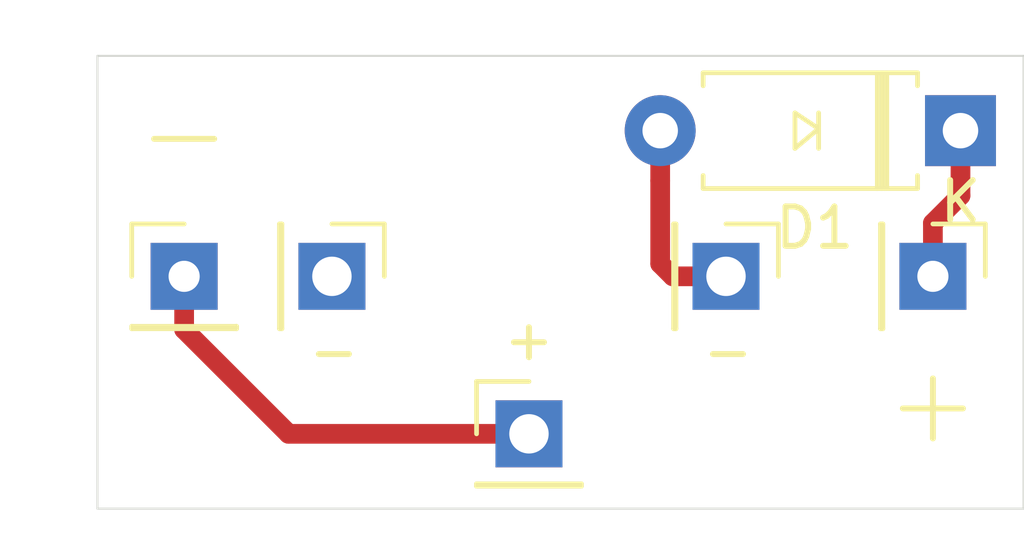
<source format=kicad_pcb>
(kicad_pcb (version 20171130) (host pcbnew "(5.1.6)-1")

  (general
    (thickness 1.6)
    (drawings 8)
    (tracks 10)
    (zones 0)
    (modules 6)
    (nets 4)
  )

  (page A4)
  (layers
    (0 F.Cu signal)
    (31 B.Cu signal)
    (32 B.Adhes user)
    (33 F.Adhes user)
    (34 B.Paste user)
    (35 F.Paste user)
    (36 B.SilkS user)
    (37 F.SilkS user)
    (38 B.Mask user)
    (39 F.Mask user)
    (40 Dwgs.User user)
    (41 Cmts.User user)
    (42 Eco1.User user)
    (43 Eco2.User user)
    (44 Edge.Cuts user)
    (45 Margin user)
    (46 B.CrtYd user)
    (47 F.CrtYd user)
    (48 B.Fab user)
    (49 F.Fab user)
  )

  (setup
    (last_trace_width 0.25)
    (user_trace_width 0.2)
    (user_trace_width 0.5)
    (trace_clearance 0.2)
    (zone_clearance 0.508)
    (zone_45_only no)
    (trace_min 0.2)
    (via_size 0.8)
    (via_drill 0.4)
    (via_min_size 0.4)
    (via_min_drill 0.3)
    (uvia_size 0.3)
    (uvia_drill 0.1)
    (uvias_allowed no)
    (uvia_min_size 0.2)
    (uvia_min_drill 0.1)
    (edge_width 0.05)
    (segment_width 0.2)
    (pcb_text_width 0.3)
    (pcb_text_size 1.5 1.5)
    (mod_edge_width 0.12)
    (mod_text_size 1 1)
    (mod_text_width 0.15)
    (pad_size 1.7 1.7)
    (pad_drill 0.79)
    (pad_to_mask_clearance 0.051)
    (solder_mask_min_width 0.25)
    (aux_axis_origin 0 0)
    (visible_elements 7FFFFFFF)
    (pcbplotparams
      (layerselection 0x010fc_ffffffff)
      (usegerberextensions false)
      (usegerberattributes false)
      (usegerberadvancedattributes false)
      (creategerberjobfile false)
      (excludeedgelayer true)
      (linewidth 0.100000)
      (plotframeref false)
      (viasonmask false)
      (mode 1)
      (useauxorigin false)
      (hpglpennumber 1)
      (hpglpenspeed 20)
      (hpglpendiameter 15.000000)
      (psnegative false)
      (psa4output false)
      (plotreference true)
      (plotvalue true)
      (plotinvisibletext false)
      (padsonsilk false)
      (subtractmaskfromsilk false)
      (outputformat 1)
      (mirror false)
      (drillshape 1)
      (scaleselection 1)
      (outputdirectory ""))
  )

  (net 0 "")
  (net 1 "Net-(D1-Pad2)")
  (net 2 "Net-(D1-Pad1)")
  (net 3 "Net-(J1-Pad1)")

  (net_class Default "This is the default net class."
    (clearance 0.2)
    (trace_width 0.25)
    (via_dia 0.8)
    (via_drill 0.4)
    (uvia_dia 0.3)
    (uvia_drill 0.1)
    (add_net "Net-(D1-Pad1)")
    (add_net "Net-(D1-Pad2)")
    (add_net "Net-(J1-Pad1)")
  )

  (module Diode_THT:D_A-405_P7.62mm_Horizontal (layer F.Cu) (tedit 5AE50CD5) (tstamp 5E74BD4B)
    (at 165.4 75.4 180)
    (descr "Diode, A-405 series, Axial, Horizontal, pin pitch=7.62mm, , length*diameter=5.2*2.7mm^2, , http://www.diodes.com/_files/packages/A-405.pdf")
    (tags "Diode A-405 series Axial Horizontal pin pitch 7.62mm  length 5.2mm diameter 2.7mm")
    (path /5E40BF34)
    (fp_text reference D1 (at 3.7 -2.47) (layer F.SilkS)
      (effects (font (size 1 1) (thickness 0.15)))
    )
    (fp_text value D_ALT (at 3.81 2.47) (layer F.Fab)
      (effects (font (size 1 1) (thickness 0.15)))
    )
    (fp_line (start 8.77 -1.6) (end -1.15 -1.6) (layer F.CrtYd) (width 0.05))
    (fp_line (start 8.77 1.6) (end 8.77 -1.6) (layer F.CrtYd) (width 0.05))
    (fp_line (start -1.15 1.6) (end 8.77 1.6) (layer F.CrtYd) (width 0.05))
    (fp_line (start -1.15 -1.6) (end -1.15 1.6) (layer F.CrtYd) (width 0.05))
    (fp_line (start 1.87 -1.47) (end 1.87 1.47) (layer F.SilkS) (width 0.12))
    (fp_line (start 2.11 -1.47) (end 2.11 1.47) (layer F.SilkS) (width 0.12))
    (fp_line (start 1.99 -1.47) (end 1.99 1.47) (layer F.SilkS) (width 0.12))
    (fp_line (start 6.53 1.47) (end 6.53 1.14) (layer F.SilkS) (width 0.12))
    (fp_line (start 1.09 1.47) (end 6.53 1.47) (layer F.SilkS) (width 0.12))
    (fp_line (start 1.09 1.14) (end 1.09 1.47) (layer F.SilkS) (width 0.12))
    (fp_line (start 6.53 -1.47) (end 6.53 -1.14) (layer F.SilkS) (width 0.12))
    (fp_line (start 1.09 -1.47) (end 6.53 -1.47) (layer F.SilkS) (width 0.12))
    (fp_line (start 1.09 -1.14) (end 1.09 -1.47) (layer F.SilkS) (width 0.12))
    (fp_line (start 1.89 -1.35) (end 1.89 1.35) (layer F.Fab) (width 0.1))
    (fp_line (start 2.09 -1.35) (end 2.09 1.35) (layer F.Fab) (width 0.1))
    (fp_line (start 1.99 -1.35) (end 1.99 1.35) (layer F.Fab) (width 0.1))
    (fp_line (start 7.62 0) (end 6.41 0) (layer F.Fab) (width 0.1))
    (fp_line (start 0 0) (end 1.21 0) (layer F.Fab) (width 0.1))
    (fp_line (start 6.41 -1.35) (end 1.21 -1.35) (layer F.Fab) (width 0.1))
    (fp_line (start 6.41 1.35) (end 6.41 -1.35) (layer F.Fab) (width 0.1))
    (fp_line (start 1.21 1.35) (end 6.41 1.35) (layer F.Fab) (width 0.1))
    (fp_line (start 1.21 -1.35) (end 1.21 1.35) (layer F.Fab) (width 0.1))
    (fp_text user K (at 0 -1.8) (layer F.SilkS)
      (effects (font (size 1 1) (thickness 0.15)))
    )
    (fp_text user K (at 0 -1.9) (layer F.Fab)
      (effects (font (size 1 1) (thickness 0.15)))
    )
    (fp_text user %R (at 4.2 0) (layer F.Fab)
      (effects (font (size 1 1) (thickness 0.15)))
    )
    (pad 2 thru_hole oval (at 7.62 0 180) (size 1.8 1.8) (drill 0.9) (layers *.Cu *.Mask)
      (net 1 "Net-(D1-Pad2)"))
    (pad 1 thru_hole rect (at 0 0 180) (size 1.8 1.8) (drill 0.9) (layers *.Cu *.Mask)
      (net 2 "Net-(D1-Pad1)"))
    (model ${KISYS3DMOD}/Diode_THT.3dshapes/D_A-405_P7.62mm_Horizontal.wrl
      (at (xyz 0 0 0))
      (scale (xyz 1 1 1))
      (rotate (xyz 0 0 0))
    )
  )

  (module Connector_PinHeader_2.54mm:PinHeader_1x01_P2.54mm_Vertical (layer F.Cu) (tedit 59FED5CC) (tstamp 5E4B128E)
    (at 154.45 83.1)
    (descr "Through hole straight pin header, 1x01, 2.54mm pitch, single row")
    (tags "Through hole pin header THT 1x01 2.54mm single row")
    (path /5E4B0D65)
    (fp_text reference + (at 0 -2.4) (layer F.SilkS)
      (effects (font (size 1 1) (thickness 0.15)))
    )
    (fp_text value Conn_01x01 (at 0 2.33) (layer F.Fab)
      (effects (font (size 1 1) (thickness 0.15)))
    )
    (fp_line (start 1.8 -1.8) (end -1.8 -1.8) (layer F.CrtYd) (width 0.05))
    (fp_line (start 1.8 1.8) (end 1.8 -1.8) (layer F.CrtYd) (width 0.05))
    (fp_line (start -1.8 1.8) (end 1.8 1.8) (layer F.CrtYd) (width 0.05))
    (fp_line (start -1.8 -1.8) (end -1.8 1.8) (layer F.CrtYd) (width 0.05))
    (fp_line (start -1.33 -1.33) (end 0 -1.33) (layer F.SilkS) (width 0.12))
    (fp_line (start -1.33 0) (end -1.33 -1.33) (layer F.SilkS) (width 0.12))
    (fp_line (start -1.33 1.27) (end 1.33 1.27) (layer F.SilkS) (width 0.12))
    (fp_line (start 1.33 1.27) (end 1.33 1.33) (layer F.SilkS) (width 0.12))
    (fp_line (start -1.33 1.27) (end -1.33 1.33) (layer F.SilkS) (width 0.12))
    (fp_line (start -1.33 1.33) (end 1.33 1.33) (layer F.SilkS) (width 0.12))
    (fp_line (start -1.27 -0.635) (end -0.635 -1.27) (layer F.Fab) (width 0.1))
    (fp_line (start -1.27 1.27) (end -1.27 -0.635) (layer F.Fab) (width 0.1))
    (fp_line (start 1.27 1.27) (end -1.27 1.27) (layer F.Fab) (width 0.1))
    (fp_line (start 1.27 -1.27) (end 1.27 1.27) (layer F.Fab) (width 0.1))
    (fp_line (start -0.635 -1.27) (end 1.27 -1.27) (layer F.Fab) (width 0.1))
    (fp_text user %R (at 0 0 90) (layer F.Fab)
      (effects (font (size 1 1) (thickness 0.15)))
    )
    (pad 1 thru_hole rect (at 0 0) (size 1.7 1.7) (drill 1) (layers *.Cu *.Mask)
      (net 3 "Net-(J1-Pad1)"))
    (model ${KISYS3DMOD}/Connector_PinHeader_2.54mm.3dshapes/PinHeader_1x01_P2.54mm_Vertical.wrl
      (at (xyz 0 0 0))
      (scale (xyz 1 1 1))
      (rotate (xyz 0 0 0))
    )
  )

  (module Connector_PinHeader_2.54mm:PinHeader_1x01_P2.54mm_Vertical (layer F.Cu) (tedit 59FED5CC) (tstamp 5E411CEE)
    (at 149.45 79.1 270)
    (descr "Through hole straight pin header, 1x01, 2.54mm pitch, single row")
    (tags "Through hole pin header THT 1x01 2.54mm single row")
    (path /5E43BF7D)
    (fp_text reference - (at 1.9 -0.05 180) (layer F.SilkS)
      (effects (font (size 1 1) (thickness 0.15)))
    )
    (fp_text value Conn_01x01 (at 0 2.33 90) (layer F.Fab)
      (effects (font (size 1 1) (thickness 0.15)))
    )
    (fp_line (start -0.635 -1.27) (end 1.27 -1.27) (layer F.Fab) (width 0.1))
    (fp_line (start 1.27 -1.27) (end 1.27 1.27) (layer F.Fab) (width 0.1))
    (fp_line (start 1.27 1.27) (end -1.27 1.27) (layer F.Fab) (width 0.1))
    (fp_line (start -1.27 1.27) (end -1.27 -0.635) (layer F.Fab) (width 0.1))
    (fp_line (start -1.27 -0.635) (end -0.635 -1.27) (layer F.Fab) (width 0.1))
    (fp_line (start -1.33 1.33) (end 1.33 1.33) (layer F.SilkS) (width 0.12))
    (fp_line (start -1.33 1.27) (end -1.33 1.33) (layer F.SilkS) (width 0.12))
    (fp_line (start 1.33 1.27) (end 1.33 1.33) (layer F.SilkS) (width 0.12))
    (fp_line (start -1.33 1.27) (end 1.33 1.27) (layer F.SilkS) (width 0.12))
    (fp_line (start -1.33 0) (end -1.33 -1.33) (layer F.SilkS) (width 0.12))
    (fp_line (start -1.33 -1.33) (end 0 -1.33) (layer F.SilkS) (width 0.12))
    (fp_line (start -1.8 -1.8) (end -1.8 1.8) (layer F.CrtYd) (width 0.05))
    (fp_line (start -1.8 1.8) (end 1.8 1.8) (layer F.CrtYd) (width 0.05))
    (fp_line (start 1.8 1.8) (end 1.8 -1.8) (layer F.CrtYd) (width 0.05))
    (fp_line (start 1.8 -1.8) (end -1.8 -1.8) (layer F.CrtYd) (width 0.05))
    (fp_text user %R (at 0 0) (layer F.Fab)
      (effects (font (size 1 1) (thickness 0.15)))
    )
    (pad 1 thru_hole rect (at 0 0 270) (size 1.7 1.7) (drill 1) (layers *.Cu *.Mask)
      (net 1 "Net-(D1-Pad2)"))
    (model ${KISYS3DMOD}/Connector_PinHeader_2.54mm.3dshapes/PinHeader_1x01_P2.54mm_Vertical.wrl
      (at (xyz 0 0 0))
      (scale (xyz 1 1 1))
      (rotate (xyz 0 0 0))
    )
  )

  (module Connector_PinHeader_2.54mm:PinHeader_1x01_P2.54mm_Vertical (layer F.Cu) (tedit 5EC75D7D) (tstamp 5E4B175C)
    (at 145.7 79.1)
    (descr "Through hole straight pin header, 1x01, 2.54mm pitch, single row")
    (tags "Through hole pin header THT 1x01 2.54mm single row")
    (path /5E43C35D)
    (fp_text reference _ (at 0 -4.6) (layer F.SilkS)
      (effects (font (size 2 2) (thickness 0.15)))
    )
    (fp_text value Conn_01x01 (at 0 2.33) (layer F.Fab)
      (effects (font (size 1 1) (thickness 0.15)))
    )
    (fp_line (start -0.635 -1.27) (end 1.27 -1.27) (layer F.Fab) (width 0.1))
    (fp_line (start 1.27 -1.27) (end 1.27 1.27) (layer F.Fab) (width 0.1))
    (fp_line (start 1.27 1.27) (end -1.27 1.27) (layer F.Fab) (width 0.1))
    (fp_line (start -1.27 1.27) (end -1.27 -0.635) (layer F.Fab) (width 0.1))
    (fp_line (start -1.27 -0.635) (end -0.635 -1.27) (layer F.Fab) (width 0.1))
    (fp_line (start -1.33 1.33) (end 1.33 1.33) (layer F.SilkS) (width 0.12))
    (fp_line (start -1.33 1.27) (end -1.33 1.33) (layer F.SilkS) (width 0.12))
    (fp_line (start 1.33 1.27) (end 1.33 1.33) (layer F.SilkS) (width 0.12))
    (fp_line (start -1.33 1.27) (end 1.33 1.27) (layer F.SilkS) (width 0.12))
    (fp_line (start -1.33 0) (end -1.33 -1.33) (layer F.SilkS) (width 0.12))
    (fp_line (start -1.33 -1.33) (end 0 -1.33) (layer F.SilkS) (width 0.12))
    (fp_line (start -1.8 -1.8) (end -1.8 1.8) (layer F.CrtYd) (width 0.05))
    (fp_line (start -1.8 1.8) (end 1.8 1.8) (layer F.CrtYd) (width 0.05))
    (fp_line (start 1.8 1.8) (end 1.8 -1.8) (layer F.CrtYd) (width 0.05))
    (fp_line (start 1.8 -1.8) (end -1.8 -1.8) (layer F.CrtYd) (width 0.05))
    (fp_text user %R (at 0 0 270) (layer F.Fab)
      (effects (font (size 1 1) (thickness 0.15)))
    )
    (pad 1 thru_hole rect (at 0 0) (size 1.7 1.7) (drill 0.79) (layers *.Cu *.Mask)
      (net 3 "Net-(J1-Pad1)"))
    (model ${KISYS3DMOD}/Connector_PinHeader_2.54mm.3dshapes/PinHeader_1x01_P2.54mm_Vertical.wrl
      (at (xyz 0 0 0))
      (scale (xyz 1 1 1))
      (rotate (xyz 0 0 0))
    )
  )

  (module Connector_PinHeader_2.54mm:PinHeader_1x01_P2.54mm_Vertical (layer F.Cu) (tedit 5EC75D85) (tstamp 5E411D18)
    (at 164.7 79.1 270)
    (descr "Through hole straight pin header, 1x01, 2.54mm pitch, single row")
    (tags "Through hole pin header THT 1x01 2.54mm single row")
    (path /5E43CA13)
    (fp_text reference + (at 3.2 0) (layer F.SilkS)
      (effects (font (size 2 2) (thickness 0.15)))
    )
    (fp_text value Conn_01x01 (at 0 2.33 90) (layer F.Fab)
      (effects (font (size 1 1) (thickness 0.15)))
    )
    (fp_line (start -0.635 -1.27) (end 1.27 -1.27) (layer F.Fab) (width 0.1))
    (fp_line (start 1.27 -1.27) (end 1.27 1.27) (layer F.Fab) (width 0.1))
    (fp_line (start 1.27 1.27) (end -1.27 1.27) (layer F.Fab) (width 0.1))
    (fp_line (start -1.27 1.27) (end -1.27 -0.635) (layer F.Fab) (width 0.1))
    (fp_line (start -1.27 -0.635) (end -0.635 -1.27) (layer F.Fab) (width 0.1))
    (fp_line (start -1.33 1.33) (end 1.33 1.33) (layer F.SilkS) (width 0.12))
    (fp_line (start -1.33 1.27) (end -1.33 1.33) (layer F.SilkS) (width 0.12))
    (fp_line (start 1.33 1.27) (end 1.33 1.33) (layer F.SilkS) (width 0.12))
    (fp_line (start -1.33 1.27) (end 1.33 1.27) (layer F.SilkS) (width 0.12))
    (fp_line (start -1.33 0) (end -1.33 -1.33) (layer F.SilkS) (width 0.12))
    (fp_line (start -1.33 -1.33) (end 0 -1.33) (layer F.SilkS) (width 0.12))
    (fp_line (start -1.8 -1.8) (end -1.8 1.8) (layer F.CrtYd) (width 0.05))
    (fp_line (start -1.8 1.8) (end 1.8 1.8) (layer F.CrtYd) (width 0.05))
    (fp_line (start 1.8 1.8) (end 1.8 -1.8) (layer F.CrtYd) (width 0.05))
    (fp_line (start 1.8 -1.8) (end -1.8 -1.8) (layer F.CrtYd) (width 0.05))
    (fp_text user %R (at 0 0) (layer F.Fab)
      (effects (font (size 1 1) (thickness 0.15)))
    )
    (pad 1 thru_hole rect (at 0 0 270) (size 1.7 1.7) (drill 0.79) (layers *.Cu *.Mask)
      (net 2 "Net-(D1-Pad1)"))
    (model ${KISYS3DMOD}/Connector_PinHeader_2.54mm.3dshapes/PinHeader_1x01_P2.54mm_Vertical.wrl
      (at (xyz 0 0 0))
      (scale (xyz 1 1 1))
      (rotate (xyz 0 0 0))
    )
  )

  (module Connector_PinHeader_2.54mm:PinHeader_1x01_P2.54mm_Vertical (layer F.Cu) (tedit 59FED5CC) (tstamp 5E411D2D)
    (at 159.45 79.1 270)
    (descr "Through hole straight pin header, 1x01, 2.54mm pitch, single row")
    (tags "Through hole pin header THT 1x01 2.54mm single row")
    (path /5E43CE4F)
    (fp_text reference - (at 1.9 -0.05 180) (layer F.SilkS)
      (effects (font (size 1 1) (thickness 0.15)))
    )
    (fp_text value Conn_01x01 (at 0 2.33 90) (layer F.Fab)
      (effects (font (size 1 1) (thickness 0.15)))
    )
    (fp_line (start 1.8 -1.8) (end -1.8 -1.8) (layer F.CrtYd) (width 0.05))
    (fp_line (start 1.8 1.8) (end 1.8 -1.8) (layer F.CrtYd) (width 0.05))
    (fp_line (start -1.8 1.8) (end 1.8 1.8) (layer F.CrtYd) (width 0.05))
    (fp_line (start -1.8 -1.8) (end -1.8 1.8) (layer F.CrtYd) (width 0.05))
    (fp_line (start -1.33 -1.33) (end 0 -1.33) (layer F.SilkS) (width 0.12))
    (fp_line (start -1.33 0) (end -1.33 -1.33) (layer F.SilkS) (width 0.12))
    (fp_line (start -1.33 1.27) (end 1.33 1.27) (layer F.SilkS) (width 0.12))
    (fp_line (start 1.33 1.27) (end 1.33 1.33) (layer F.SilkS) (width 0.12))
    (fp_line (start -1.33 1.27) (end -1.33 1.33) (layer F.SilkS) (width 0.12))
    (fp_line (start -1.33 1.33) (end 1.33 1.33) (layer F.SilkS) (width 0.12))
    (fp_line (start -1.27 -0.635) (end -0.635 -1.27) (layer F.Fab) (width 0.1))
    (fp_line (start -1.27 1.27) (end -1.27 -0.635) (layer F.Fab) (width 0.1))
    (fp_line (start 1.27 1.27) (end -1.27 1.27) (layer F.Fab) (width 0.1))
    (fp_line (start 1.27 -1.27) (end 1.27 1.27) (layer F.Fab) (width 0.1))
    (fp_line (start -0.635 -1.27) (end 1.27 -1.27) (layer F.Fab) (width 0.1))
    (fp_text user %R (at 0 0) (layer F.Fab)
      (effects (font (size 1 1) (thickness 0.15)))
    )
    (pad 1 thru_hole rect (at 0 0 270) (size 1.7 1.7) (drill 1) (layers *.Cu *.Mask)
      (net 1 "Net-(D1-Pad2)"))
    (model ${KISYS3DMOD}/Connector_PinHeader_2.54mm.3dshapes/PinHeader_1x01_P2.54mm_Vertical.wrl
      (at (xyz 0 0 0))
      (scale (xyz 1 1 1))
      (rotate (xyz 0 0 0))
    )
  )

  (gr_line (start 161.8 74.95) (end 161.8 75.85) (layer F.SilkS) (width 0.12))
  (gr_line (start 161.8 75.35) (end 161.2 74.95) (layer F.SilkS) (width 0.12) (tstamp 5E4D826F))
  (gr_line (start 161.2 75.85) (end 161.8 75.35) (layer F.SilkS) (width 0.12))
  (gr_line (start 161.2 74.95) (end 161.2 75.85) (layer F.SilkS) (width 0.12))
  (gr_line (start 143.5 85) (end 167 85) (layer Edge.Cuts) (width 0.05) (tstamp 5E4B1E56))
  (gr_line (start 143.5 73.5) (end 143.5 85) (layer Edge.Cuts) (width 0.05))
  (gr_line (start 167 73.5) (end 143.5 73.5) (layer Edge.Cuts) (width 0.05))
  (gr_line (start 167 85) (end 167 73.5) (layer Edge.Cuts) (width 0.05))

  (segment (start 157.78 76.672792) (end 157.78 75.4) (width 0.5) (layer F.Cu) (net 1))
  (segment (start 157.78 78.78) (end 157.78 76.672792) (width 0.5) (layer F.Cu) (net 1))
  (segment (start 158.1 79.1) (end 157.78 78.78) (width 0.5) (layer F.Cu) (net 1))
  (segment (start 159.45 79.1) (end 158.1 79.1) (width 0.5) (layer F.Cu) (net 1))
  (segment (start 165.4 77.05) (end 165.4 75.4) (width 0.5) (layer F.Cu) (net 2))
  (segment (start 164.7 79.1) (end 164.7 77.75) (width 0.5) (layer F.Cu) (net 2))
  (segment (start 164.7 77.75) (end 165.4 77.05) (width 0.5) (layer F.Cu) (net 2))
  (segment (start 145.7 80.45) (end 145.7 79.1) (width 0.5) (layer F.Cu) (net 3))
  (segment (start 148.35 83.1) (end 145.7 80.45) (width 0.5) (layer F.Cu) (net 3))
  (segment (start 154.45 83.1) (end 148.35 83.1) (width 0.5) (layer F.Cu) (net 3))

)

</source>
